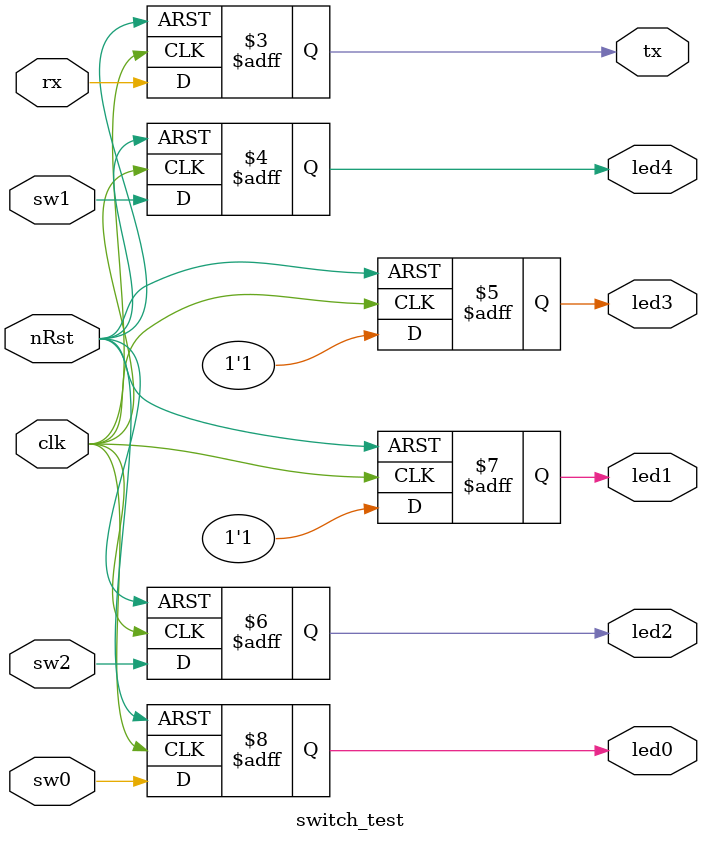
<source format=v>
`timescale 1ns/1ps
module switch_test(
	input				clk,
	input				nRst,
	input				rx,
	input				sw2,
	input				sw1,
	input				sw0,
	output	reg	tx,
	output	reg	led4,
	output	reg	led3,
	output	reg	led2,
	output	reg	led1,
	output	reg	led0
);

	always@(posedge clk or negedge nRst) begin
		if(!nRst) begin
			tx   <= 1'b0;
			led4 <= 1'b0;
			led3 <= 1'b0;
			led2 <= 1'b0;
			led1 <= 1'b0;
			led0 <= 1'b0;
		end else begin
			tx   <= rx;
			led4 <= sw1;
			led3 <= 1'b1;
			led2 <= sw2;
			led1 <= 1'b1;
			led0 <= sw0;
		end
	end
endmodule

</source>
